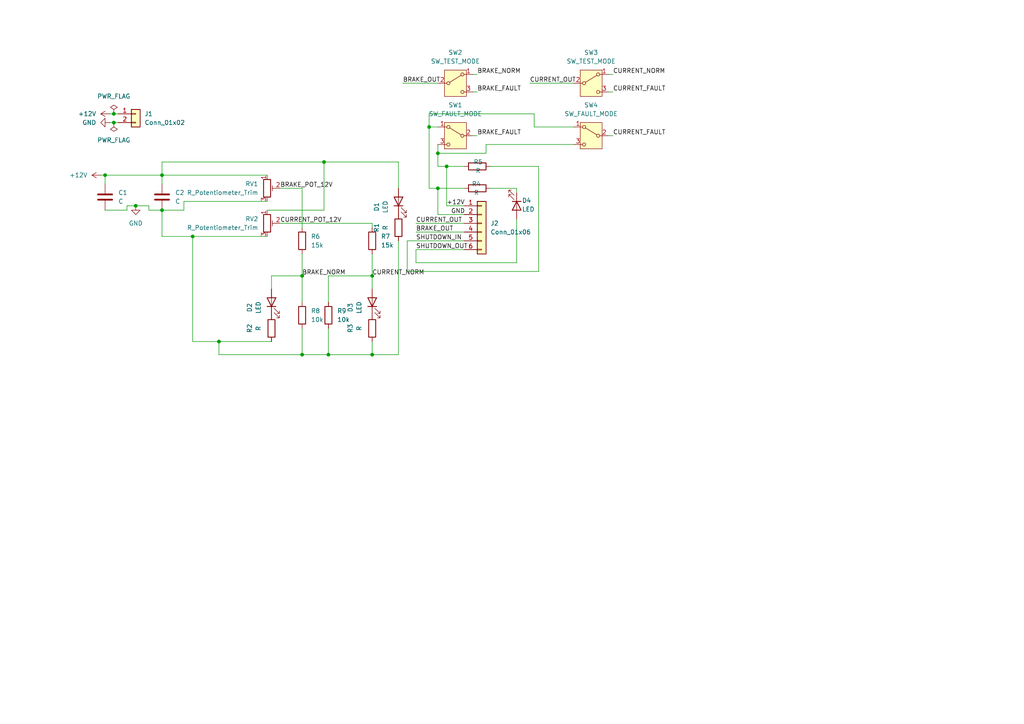
<source format=kicad_sch>
(kicad_sch (version 20250114) (generator "eeschema") (generator_version "9.0")
  (paper "A4")
  (title_block (title "BSPD_testkit") (date "2025-11-11") (company "SUFST") (comment 1 "Incomplete") (comment 2 "Emre Karausta (ek2n24)"))
  (lib_symbols
    (symbol "Connector_Generic:Conn_01x02" (pin_names (offset 1.016) (hide yes))
      (property "Reference" "J" (at 0 2.54 0))
      (property "Value" "Conn_01x02" (at 0 -5.08 0))
      (symbol "Conn_01x02_1_1"
        (rectangle (start -1.27 1.27) (end 1.27 -3.81) (stroke (width 0.254)) (fill (type background)))
        (rectangle (start -1.27 0.127) (end 0 -0.127) (stroke (width 0.1524)))
        (rectangle (start -1.27 -2.413) (end 0 -2.667) (stroke (width 0.1524)))
        (pin passive line (at -5.08 0 0) (length 3.81) (name "Pin_1") (number "1"))
        (pin passive line (at -5.08 -2.54 0) (length 3.81) (name "Pin_2") (number "2"))
      )
    )
    (symbol "Connector_Generic:Conn_01x06" (pin_names (offset 1.016) (hide yes))
      (property "Reference" "J" (at 0 7.62 0))
      (property "Value" "Conn_01x06" (at 0 -10.16 0))
      (symbol "Conn_01x06_1_1"
        (rectangle (start -1.27 6.35) (end 1.27 -8.89) (stroke (width 0.254)) (fill (type background)))
        (rectangle (start -1.27 5.207) (end 0 4.953) (stroke (width 0.1524)))
        (rectangle (start -1.27 2.667) (end 0 2.413) (stroke (width 0.1524)))
        (rectangle (start -1.27 0.127) (end 0 -0.127) (stroke (width 0.1524)))
        (rectangle (start -1.27 -2.413) (end 0 -2.667) (stroke (width 0.1524)))
        (rectangle (start -1.27 -4.953) (end 0 -5.207) (stroke (width 0.1524)))
        (rectangle (start -1.27 -7.493) (end 0 -7.747) (stroke (width 0.1524)))
        (pin passive line (at -5.08 5.08 0) (length 3.81) (name "Pin_1") (number "1"))
        (pin passive line (at -5.08 2.54 0) (length 3.81) (name "Pin_2") (number "2"))
        (pin passive line (at -5.08 0 0) (length 3.81) (name "Pin_3") (number "3"))
        (pin passive line (at -5.08 -2.54 0) (length 3.81) (name "Pin_4") (number "4"))
        (pin passive line (at -5.08 -5.08 0) (length 3.81) (name "Pin_5") (number "5"))
        (pin passive line (at -5.08 -7.62 0) (length 3.81) (name "Pin_6") (number "6"))
      )
    )
    (symbol "Device:C" (pin_numbers (hide yes)) (pin_names (offset 0.254))
      (property "Reference" "C" (at 0.635 2.54 0))
      (property "Value" "C" (at 0.635 -2.54 0))
      (symbol "C_0_1"
        (polyline (pts (xy -2.032 0.762) (xy 2.032 0.762)) (stroke (width 0.508)))
        (polyline (pts (xy -2.032 -0.762) (xy 2.032 -0.762)) (stroke (width 0.508)))
      )
      (symbol "C_1_1"
        (pin passive line (at 0 3.81 270) (length 2.794) (name "~") (number "1"))
        (pin passive line (at 0 -3.81 90) (length 2.794) (name "~") (number "2"))
      )
    )
    (symbol "Device:LED" (pin_numbers (hide yes)) (pin_names (offset 1.016) (hide yes))
      (property "Reference" "D" (at 0 2.54 0))
      (property "Value" "LED" (at 0 -2.54 0))
      (symbol "LED_0_1"
        (polyline (pts (xy -3.048 -0.762) (xy -4.572 -2.286) (xy -3.81 -2.286) (xy -4.572 -2.286) (xy -4.572 -1.524)))
        (polyline (pts (xy -1.778 -0.762) (xy -3.302 -2.286) (xy -2.54 -2.286) (xy -3.302 -2.286) (xy -3.302 -1.524)))
        (polyline (pts (xy -1.27 0) (xy 1.27 0)))
        (polyline (pts (xy -1.27 -1.27) (xy -1.27 1.27)) (stroke (width 0.254)))
        (polyline (pts (xy 1.27 -1.27) (xy 1.27 1.27) (xy -1.27 0) (xy 1.27 -1.27)) (stroke (width 0.254)))
      )
      (symbol "LED_1_1"
        (pin passive line (at -3.81 0 0) (length 2.54) (name "K") (number "1"))
        (pin passive line (at 3.81 0 180) (length 2.54) (name "A") (number "2"))
      )
    )
    (symbol "Device:R" (pin_numbers (hide yes)) (pin_names (offset 0))
      (property "Reference" "R" (at 2.032 0 90))
      (property "Value" "R" (at 0 0 90))
      (symbol "R_0_1"
        (rectangle (start -1.016 -2.54) (end 1.016 2.54) (stroke (width 0.254)))
      )
      (symbol "R_1_1"
        (pin passive line (at 0 3.81 270) (length 1.27) (name "~") (number "1"))
        (pin passive line (at 0 -3.81 90) (length 1.27) (name "~") (number "2"))
      )
    )
    (symbol "Device:R_Potentiometer_Trim" (pin_names (offset 1.016) (hide yes))
      (property "Reference" "RV" (at -4.445 0 90))
      (property "Value" "R_Potentiometer_Trim" (at -2.54 0 90))
      (symbol "R_Potentiometer_Trim_0_1"
        (rectangle (start 1.016 2.54) (end -1.016 -2.54) (stroke (width 0.254)))
        (polyline (pts (xy 1.524 0.762) (xy 1.524 -0.762)))
        (polyline (pts (xy 2.54 0) (xy 1.524 0)))
      )
      (symbol "R_Potentiometer_Trim_1_1"
        (pin passive line (at 0 3.81 270) (length 1.27) (name "1") (number "1"))
        (pin passive line (at 0 -3.81 90) (length 1.27) (name "3") (number "3"))
        (pin passive line (at 3.81 0 180) (length 1.27) (name "2") (number "2"))
      )
    )
    (symbol "Switch:SW_SPDT" (pin_names (offset 0) (hide yes))
      (property "Reference" "SW" (at 0 5.08 0))
      (property "Value" "SW_SPDT" (at 0 -5.08 0))
      (symbol "SW_SPDT_0_1"
        (circle (center -2.032 0) (radius 0.4572))
        (polyline (pts (xy -1.651 0.254) (xy 1.651 2.286)))
        (circle (center 2.032 2.54) (radius 0.4572))
        (circle (center 2.032 -2.54) (radius 0.4572))
      )
      (symbol "SW_SPDT_1_1"
        (rectangle (start -3.175 3.81) (end 3.175 -3.81) (fill (type background)))
        (pin passive line (at -5.08 0 0) (length 2.54) (name "B") (number "2"))
        (pin passive line (at 5.08 2.54 180) (length 2.54) (name "A") (number "1"))
        (pin passive line (at 5.08 -2.54 180) (length 2.54) (name "C") (number "3"))
      )
    )
    (symbol "power:+12V" (power) (pin_numbers (hide yes)) (pin_names (offset 0) (hide yes))
      (property "Value" "+12V" (at 0 3.556 0))
      (symbol "+12V_0_1"
        (polyline (pts (xy -0.762 1.27) (xy 0 2.54)))
        (polyline (pts (xy 0 2.54) (xy 0.762 1.27)))
        (polyline (pts (xy 0 0) (xy 0 2.54)))
      )
      (symbol "+12V_1_1"
        (pin power_in line (at 0 0 90) (length 0) (name "~") (number "1"))
      )
    )
    (symbol "power:GND" (power) (pin_numbers (hide yes)) (pin_names (offset 0) (hide yes))
      (property "Value" "GND" (at 0 -3.81 0))
      (symbol "GND_0_1"
        (polyline (pts (xy 0 0) (xy 0 -1.27) (xy 1.27 -1.27) (xy 0 -2.54) (xy -1.27 -1.27) (xy 0 -1.27)))
      )
      (symbol "GND_1_1"
        (pin power_in line (at 0 0 270) (length 0) (name "~") (number "1"))
      )
    )
    (symbol "power:PWR_FLAG" (power) (pin_numbers (hide yes)) (pin_names (offset 0) (hide yes))
      (property "Value" "PWR_FLAG" (at 0 3.81 0))
      (symbol "PWR_FLAG_0_0"
        (pin power_out line (at 0 0 90) (length 0) (name "~") (number "1"))
      )
      (symbol "PWR_FLAG_0_1"
        (polyline (pts (xy 0 0) (xy 0 1.27) (xy -1.016 1.905) (xy 0 2.54) (xy 1.016 1.905) (xy 0 1.27)))
      )
    )
  )
  (junction (at 124.46 36.83))
  (junction (at 87.63 80.01))
  (junction (at 127 54.61))
  (junction (at 129.54 48.26))
  (junction (at 127 44.45))
  (junction (at 46.99 50.8))
  (junction (at 107.95 80.01))
  (junction (at 39.37 59.69))
  (junction (at 107.95 102.87))
  (junction (at 30.48 50.8))
  (junction (at 46.99 60.96))
  (junction (at 95.25 102.87))
  (junction (at 55.88 68.58))
  (junction (at 93.98 46.99))
  (junction (at 63.5 99.06))
  (junction (at 33.02 35.56))
  (junction (at 33.02 33.02))
  (junction (at 87.63 102.87))
  (wire (pts (xy 120.65 64.77) (xy 134.62 64.77)))
  (wire (pts (xy 39.37 59.69) (xy 43.18 59.69)))
  (wire (pts (xy 107.95 80.01) (xy 107.95 83.82)))
  (wire (pts (xy 129.54 48.26) (xy 134.62 48.26)))
  (wire (pts (xy 107.95 64.77) (xy 107.95 66.04)))
  (wire (pts (xy 120.65 76.2) (xy 149.86 76.2)))
  (wire (pts (xy 137.16 21.59) (xy 138.43 21.59)))
  (wire (pts (xy 134.62 54.61) (xy 127 54.61)))
  (wire (pts (xy 93.98 60.96) (xy 93.98 46.99)))
  (wire (pts (xy 127 54.61) (xy 124.46 54.61)))
  (wire (pts (xy 149.86 55.88) (xy 149.86 54.61)))
  (wire (pts (xy 55.88 99.06) (xy 55.88 68.58)))
  (wire (pts (xy 124.46 33.02) (xy 124.46 36.83)))
  (wire (pts (xy 127 54.61) (xy 127 62.23)))
  (wire (pts (xy 63.5 99.06) (xy 55.88 99.06)))
  (wire (pts (xy 154.94 36.83) (xy 154.94 33.02)))
  (wire (pts (xy 87.63 80.01) (xy 87.63 87.63)))
  (wire (pts (xy 127 44.45) (xy 140.97 44.45)))
  (wire (pts (xy 176.53 26.67) (xy 177.8 26.67)))
  (wire (pts (xy 127 48.26) (xy 129.54 48.26)))
  (wire (pts (xy 46.99 50.8) (xy 46.99 53.34)))
  (wire (pts (xy 63.5 99.06) (xy 63.5 102.87)))
  (wire (pts (xy 154.94 36.83) (xy 166.37 36.83)))
  (wire (pts (xy 46.99 50.8) (xy 77.47 50.8)))
  (wire (pts (xy 43.18 60.96) (xy 43.18 59.69)))
  (wire (pts (xy 124.46 54.61) (xy 124.46 36.83)))
  (wire (pts (xy 107.95 102.87) (xy 107.95 99.06)))
  (wire (pts (xy 149.86 54.61) (xy 142.24 54.61)))
  (wire (pts (xy 46.99 60.96) (xy 43.18 60.96)))
  (wire (pts (xy 142.24 48.26) (xy 156.21 48.26)))
  (wire (pts (xy 77.47 58.42) (xy 53.34 58.42)))
  (wire (pts (xy 118.11 78.74) (xy 118.11 69.85)))
  (wire (pts (xy 127 62.23) (xy 134.62 62.23)))
  (wire (pts (xy 78.74 80.01) (xy 78.74 83.82)))
  (wire (pts (xy 156.21 48.26) (xy 156.21 78.74)))
  (wire (pts (xy 29.21 50.8) (xy 30.48 50.8)))
  (wire (pts (xy 107.95 80.01) (xy 95.25 80.01)))
  (wire (pts (xy 53.34 60.96) (xy 46.99 60.96)))
  (wire (pts (xy 129.54 59.69) (xy 129.54 48.26)))
  (wire (pts (xy 95.25 102.87) (xy 107.95 102.87)))
  (wire (pts (xy 36.83 59.69) (xy 39.37 59.69)))
  (wire (pts (xy 120.65 67.31) (xy 134.62 67.31)))
  (wire (pts (xy 140.97 41.91) (xy 140.97 44.45)))
  (wire (pts (xy 87.63 95.25) (xy 87.63 102.87)))
  (wire (pts (xy 30.48 60.96) (xy 36.83 60.96)))
  (wire (pts (xy 120.65 72.39) (xy 120.65 76.2)))
  (wire (pts (xy 30.48 50.8) (xy 30.48 53.34)))
  (wire (pts (xy 93.98 46.99) (xy 46.99 46.99)))
  (wire (pts (xy 137.16 26.67) (xy 138.43 26.67)))
  (wire (pts (xy 107.95 102.87) (xy 115.57 102.87)))
  (wire (pts (xy 81.28 64.77) (xy 107.95 64.77)))
  (wire (pts (xy 118.11 69.85) (xy 134.62 69.85)))
  (wire (pts (xy 78.74 99.06) (xy 63.5 99.06)))
  (wire (pts (xy 87.63 73.66) (xy 87.63 80.01)))
  (wire (pts (xy 95.25 95.25) (xy 95.25 102.87)))
  (wire (pts (xy 154.94 33.02) (xy 124.46 33.02)))
  (wire (pts (xy 129.54 59.69) (xy 134.62 59.69)))
  (wire (pts (xy 176.53 39.37) (xy 177.8 39.37)))
  (wire (pts (xy 93.98 46.99) (xy 115.57 46.99)))
  (wire (pts (xy 127 44.45) (xy 127 48.26)))
  (wire (pts (xy 87.63 80.01) (xy 78.74 80.01)))
  (wire (pts (xy 33.02 33.02) (xy 34.29 33.02)))
  (wire (pts (xy 30.48 50.8) (xy 46.99 50.8)))
  (wire (pts (xy 115.57 46.99) (xy 115.57 54.61)))
  (wire (pts (xy 149.86 63.5) (xy 149.86 76.2)))
  (wire (pts (xy 107.95 73.66) (xy 107.95 80.01)))
  (wire (pts (xy 87.63 102.87) (xy 95.25 102.87)))
  (wire (pts (xy 31.75 33.02) (xy 33.02 33.02)))
  (wire (pts (xy 176.53 21.59) (xy 177.8 21.59)))
  (wire (pts (xy 33.02 35.56) (xy 31.75 35.56)))
  (wire (pts (xy 115.57 102.87) (xy 115.57 69.85)))
  (wire (pts (xy 55.88 68.58) (xy 46.99 68.58)))
  (wire (pts (xy 120.65 72.39) (xy 134.62 72.39)))
  (wire (pts (xy 127 24.13) (xy 116.84 24.13)))
  (wire (pts (xy 124.46 36.83) (xy 127 36.83)))
  (wire (pts (xy 153.67 24.13) (xy 166.37 24.13)))
  (wire (pts (xy 137.16 39.37) (xy 138.43 39.37)))
  (wire (pts (xy 77.47 68.58) (xy 55.88 68.58)))
  (wire (pts (xy 63.5 102.87) (xy 87.63 102.87)))
  (wire (pts (xy 87.63 54.61) (xy 87.63 66.04)))
  (wire (pts (xy 53.34 58.42) (xy 53.34 60.96)))
  (wire (pts (xy 46.99 46.99) (xy 46.99 50.8)))
  (wire (pts (xy 33.02 35.56) (xy 34.29 35.56)))
  (wire (pts (xy 36.83 60.96) (xy 36.83 59.69)))
  (wire (pts (xy 46.99 68.58) (xy 46.99 60.96)))
  (wire (pts (xy 77.47 60.96) (xy 93.98 60.96)))
  (wire (pts (xy 95.25 80.01) (xy 95.25 87.63)))
  (wire (pts (xy 156.21 78.74) (xy 118.11 78.74)))
  (wire (pts (xy 166.37 41.91) (xy 140.97 41.91)))
  (wire (pts (xy 127 41.91) (xy 127 44.45)))
  (wire (pts (xy 81.28 54.61) (xy 87.63 54.61)))
  (label "SHUTDOWN_IN" (at 120.65 69.85 0))
  (label "+12V" (at 129.54 59.69 0))
  (label "CURRENT_NORM" (at 107.95 80.01 0))
  (label "CURRENT_OUT" (at 120.65 64.77 0))
  (label "SHUTDOWN_OUT" (at 120.65 72.39 0))
  (label "CURRENT_POT_12V" (at 81.28 64.77 0))
  (label "GND" (at 130.81 62.23 0))
  (label "CURRENT_FAULT" (at 177.8 26.67 0))
  (label "BRAKE_FAULT" (at 138.43 26.67 0))
  (label "BRAKE_NORM" (at 87.63 80.01 0))
  (label "CURRENT_OUT" (at 153.67 24.13 0))
  (label "BRAKE_FAULT" (at 138.43 39.37 0))
  (label "CURRENT_FAULT" (at 177.8 39.37 0))
  (label "BRAKE_OUT" (at 120.65 67.31 0))
  (label "CURRENT_NORM" (at 177.8 21.59 0))
  (label "BRAKE_OUT" (at 116.84 24.13 0))
  (label "BRAKE_NORM" (at 138.43 21.59 0))
  (label "BRAKE_POT_12V" (at 81.28 54.61 0))
  (symbol (lib_id "power:GND") (at 39.37 59.69 0) (unit 1)
    (property "Reference" "#PWR04" (effects (hide yes)))
    (property "Value" "GND" (at 39.37 64.77 0))
    (property "Description" "Power symbol creates a global label with name \"GND\" , ground" (effects (hide yes)))
  )
  (symbol (lib_id "Device:R") (at 138.43 48.26 90) (unit 1)
    (property "Reference" "R5" (at 138.684 46.99 90))
    (property "Value" "R" (at 138.684 49.53 90))
    (property "Description" "Resistor" (effects (hide yes)))
  )
  (symbol (lib_id "Device:R") (at 87.63 91.44 0) (unit 1)
    (property "Reference" "R8" (at 90.17 90.1699 0) (effects (justify left)))
    (property "Value" "10k" (at 90.17 92.7099 0) (effects (justify left)))
    (property "Description" "Resistor" (effects (hide yes)))
  )
  (symbol (lib_id "Device:R") (at 87.63 69.85 0) (unit 1)
    (property "Reference" "R6" (at 90.17 68.5799 0) (effects (justify left)))
    (property "Value" "15k" (at 90.17 71.1199 0) (effects (justify left)))
    (property "Description" "Resistor" (effects (hide yes)))
  )
  (symbol (lib_id "Device:LED") (at 78.74 87.63 90) (unit 1)
    (property "Reference" "D2" (at 72.39 89.2175 0))
    (property "Value" "LED" (at 74.93 89.2175 0))
    (property "Description" "Light emitting diode" (effects (hide yes)))
    (property "Sim.Pins" "1=K 2=A" (effects (hide yes)))
  )
  (symbol (lib_id "Switch:SW_SPDT") (at 171.45 39.37 0) (mirror y) (unit 1)
    (property "Reference" "SW4" (at 171.45 30.48 0))
    (property "Value" "SW_FAULT_MODE" (at 171.45 33.02 0))
    (property "Description" "Switch, single pole double throw" (effects (hide yes)))
  )
  (symbol (lib_id "power:PWR_FLAG") (at 33.02 35.56 180) (unit 1)
    (property "Reference" "#FLG02" (effects (hide yes)))
    (property "Value" "PWR_FLAG" (at 33.02 40.64 0))
    (property "Description" "Special symbol for telling ERC where power comes from" (effects (hide yes)))
  )
  (symbol (lib_id "Device:LED") (at 107.95 87.63 90) (unit 1)
    (property "Reference" "D3" (at 101.6 89.2175 0))
    (property "Value" "LED" (at 104.14 89.2175 0))
    (property "Description" "Light emitting diode" (effects (hide yes)))
    (property "Sim.Pins" "1=K 2=A" (effects (hide yes)))
  )
  (symbol (lib_id "Device:R") (at 95.25 91.44 0) (unit 1)
    (property "Reference" "R9" (at 97.79 90.1699 0) (effects (justify left)))
    (property "Value" "10k" (at 97.79 92.7099 0) (effects (justify left)))
    (property "Description" "Resistor" (effects (hide yes)))
  )
  (symbol (lib_id "Device:C") (at 46.99 57.15 0) (unit 1)
    (property "Reference" "C2" (at 50.8 55.8799 0) (effects (justify left)))
    (property "Value" "C" (at 50.8 58.4199 0) (effects (justify left)))
    (property "Description" "Unpolarized capacitor" (effects (hide yes)))
  )
  (symbol (lib_id "Device:R") (at 107.95 95.25 180) (unit 1)
    (property "Reference" "R3" (at 101.6 95.25 90))
    (property "Value" "R" (at 104.14 95.25 90))
    (property "Description" "Resistor" (effects (hide yes)))
  )
  (symbol (lib_id "power:GND") (at 31.75 35.56 270) (unit 1)
    (property "Reference" "#PWR02" (effects (hide yes)))
    (property "Value" "GND" (at 27.94 35.5599 90) (effects (justify right)))
    (property "Description" "Power symbol creates a global label with name \"GND\" , ground" (effects (hide yes)))
  )
  (symbol (lib_id "power:+12V") (at 29.21 50.8 90) (unit 1)
    (property "Reference" "#PWR03" (effects (hide yes)))
    (property "Value" "+12V" (at 25.4 50.7999 90) (effects (justify left)))
    (property "Description" "Power symbol creates a global label with name \"+12V\"" (effects (hide yes)))
  )
  (symbol (lib_id "Switch:SW_SPDT") (at 171.45 24.13 0) (unit 1)
    (property "Reference" "SW3" (at 171.45 15.24 0))
    (property "Value" "SW_TEST_MODE" (at 171.45 17.78 0))
    (property "Description" "Switch, single pole double throw" (effects (hide yes)))
  )
  (symbol (lib_id "power:PWR_FLAG") (at 33.02 33.02 0) (unit 1)
    (property "Reference" "#FLG01" (effects (hide yes)))
    (property "Value" "PWR_FLAG" (at 33.02 27.94 0))
    (property "Description" "Special symbol for telling ERC where power comes from" (effects (hide yes)))
  )
  (symbol (lib_id "Device:R") (at 138.43 54.61 90) (unit 1)
    (property "Reference" "R4" (at 138.176 53.34 90))
    (property "Value" "R" (at 138.176 55.88 90))
    (property "Description" "Resistor" (effects (hide yes)))
  )
  (symbol (lib_id "Device:R") (at 115.57 66.04 180) (unit 1)
    (property "Reference" "R1" (at 109.22 66.04 90))
    (property "Value" "R" (at 111.76 66.04 90))
    (property "Description" "Resistor" (effects (hide yes)))
  )
  (symbol (lib_id "Device:C") (at 30.48 57.15 0) (unit 1)
    (property "Reference" "C1" (at 34.29 55.8799 0) (effects (justify left)))
    (property "Value" "C" (at 34.29 58.4199 0) (effects (justify left)))
    (property "Description" "Unpolarized capacitor" (effects (hide yes)))
  )
  (symbol (lib_id "Device:LED") (at 149.86 59.69 270) (unit 1)
    (property "Reference" "D4" (at 151.384 58.166 90) (effects (justify left)))
    (property "Value" "LED" (at 151.384 60.706 90) (effects (justify left)))
    (property "Description" "Light emitting diode" (effects (hide yes)))
    (property "Sim.Pins" "1=K 2=A" (effects (hide yes)))
  )
  (symbol (lib_id "Device:R") (at 107.95 69.85 0) (unit 1)
    (property "Reference" "R7" (at 110.49 68.5799 0) (effects (justify left)))
    (property "Value" "15k" (at 110.49 71.1199 0) (effects (justify left)))
    (property "Description" "Resistor" (effects (hide yes)))
  )
  (symbol (lib_id "Connector_Generic:Conn_01x02") (at 39.37 33.02 0) (unit 1)
    (property "Reference" "J1" (at 41.91 33.0199 0) (effects (justify left)))
    (property "Value" "Conn_01x02" (at 41.91 35.5599 0) (effects (justify left)))
    (property "Description" "Generic connector, single row, 01x02, script generated (kicad-library-utils/schlib/autogen/connector/)" (effects (hide yes)))
  )
  (symbol (lib_id "Switch:SW_SPDT") (at 132.08 24.13 0) (unit 1)
    (property "Reference" "SW2" (at 132.08 15.24 0))
    (property "Value" "SW_TEST_MODE" (at 132.08 17.78 0))
    (property "Description" "Switch, single pole double throw" (effects (hide yes)))
  )
  (symbol (lib_id "Switch:SW_SPDT") (at 132.08 39.37 0) (mirror y) (unit 1)
    (property "Reference" "SW1" (at 132.08 30.48 0))
    (property "Value" "SW_FAULT_MODE" (at 132.08 33.02 0))
    (property "Description" "Switch, single pole double throw" (effects (hide yes)))
  )
  (symbol (lib_id "Device:R_Potentiometer_Trim") (at 77.47 64.77 0) (unit 1)
    (property "Reference" "RV2" (at 74.93 63.4999 0) (effects (justify right)))
    (property "Value" "R_Potentiometer_Trim" (at 74.93 66.0399 0) (effects (justify right)))
    (property "Description" "Trim-potentiometer" (effects (hide yes)))
  )
  (symbol (lib_id "Connector_Generic:Conn_01x06") (at 139.7 64.77 0) (unit 1)
    (property "Reference" "J2" (at 142.24 64.7699 0) (effects (justify left)))
    (property "Value" "Conn_01x06" (at 142.24 67.3099 0) (effects (justify left)))
    (property "Description" "Generic connector, single row, 01x06, script generated (kicad-library-utils/schlib/autogen/connector/)" (effects (hide yes)))
  )
  (symbol (lib_id "Device:R_Potentiometer_Trim") (at 77.47 54.61 0) (unit 1)
    (property "Reference" "RV1" (at 74.93 53.3399 0) (effects (justify right)))
    (property "Value" "R_Potentiometer_Trim" (at 74.93 55.8799 0) (effects (justify right)))
    (property "Description" "Trim-potentiometer" (effects (hide yes)))
  )
  (symbol (lib_id "power:+12V") (at 31.75 33.02 90) (unit 1)
    (property "Reference" "#PWR01" (effects (hide yes)))
    (property "Value" "+12V" (at 27.94 33.0199 90) (effects (justify left)))
    (property "Description" "Power symbol creates a global label with name \"+12V\"" (effects (hide yes)))
  )
  (symbol (lib_id "Device:LED") (at 115.57 58.42 90) (unit 1)
    (property "Reference" "D1" (at 109.22 60.0075 0))
    (property "Value" "LED" (at 111.76 60.0075 0))
    (property "Description" "Light emitting diode" (effects (hide yes)))
    (property "Sim.Pins" "1=K 2=A" (effects (hide yes)))
  )
  (symbol (lib_id "Device:R") (at 78.74 95.25 180) (unit 1)
    (property "Reference" "R2" (at 72.39 95.25 90))
    (property "Value" "R" (at 74.93 95.25 90))
    (property "Description" "Resistor" (effects (hide yes)))
  )
)
</source>
